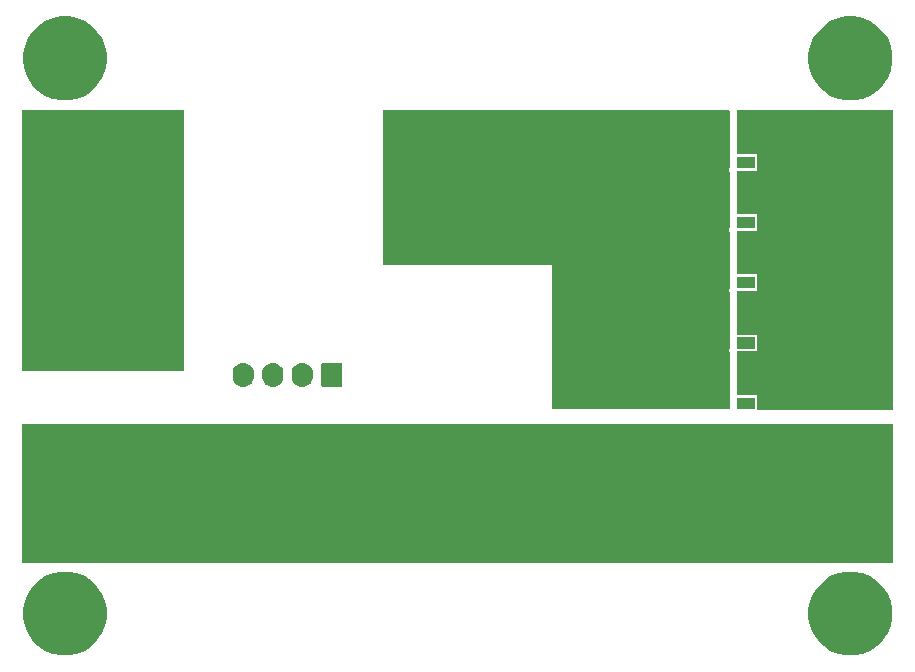
<source format=gbs>
G04 #@! TF.GenerationSoftware,KiCad,Pcbnew,(5.1.2)-1*
G04 #@! TF.CreationDate,2019-09-10T22:08:43+02:00*
G04 #@! TF.ProjectId,Anti-Spark,416e7469-2d53-4706-9172-6b2e6b696361,rev?*
G04 #@! TF.SameCoordinates,Original*
G04 #@! TF.FileFunction,Soldermask,Bot*
G04 #@! TF.FilePolarity,Negative*
%FSLAX46Y46*%
G04 Gerber Fmt 4.6, Leading zero omitted, Abs format (unit mm)*
G04 Created by KiCad (PCBNEW (5.1.2)-1) date 2019-09-10 22:08:43*
%MOMM*%
%LPD*%
G04 APERTURE LIST*
%ADD10C,0.100000*%
G04 APERTURE END LIST*
D10*
G36*
X86800000Y-58400000D02*
G01*
X73200000Y-58400000D01*
X73200000Y-36400000D01*
X86800000Y-36400000D01*
X86800000Y-58400000D01*
G37*
X86800000Y-58400000D02*
X73200000Y-58400000D01*
X73200000Y-36400000D01*
X86800000Y-36400000D01*
X86800000Y-58400000D01*
G36*
X146900000Y-74700000D02*
G01*
X73200000Y-74700000D01*
X73200000Y-63000000D01*
X146900000Y-63000000D01*
X146900000Y-74700000D01*
G37*
G36*
X146900000Y-61800000D02*
G01*
X135400000Y-61800000D01*
X135400000Y-60500000D01*
X133700000Y-60500000D01*
X133700000Y-56800000D01*
X135400000Y-56800000D01*
X135400000Y-55400000D01*
X133700000Y-55400000D01*
X133700000Y-51700000D01*
X135400000Y-51700000D01*
X135400000Y-50300000D01*
X133700000Y-50300000D01*
X133700000Y-46600000D01*
X135400000Y-46600000D01*
X135400000Y-45200000D01*
X133700000Y-45200000D01*
X133700000Y-41500000D01*
X135400000Y-41500000D01*
X135400000Y-40100000D01*
X133700000Y-40100000D01*
X133700000Y-36400000D01*
X146900000Y-36400000D01*
X146900000Y-61800000D01*
G37*
G36*
X133000000Y-61700000D02*
G01*
X118000000Y-61700000D01*
X118000000Y-49500000D01*
X103700000Y-49500000D01*
X103700000Y-36400000D01*
X133000000Y-36400000D01*
X133000000Y-61700000D01*
G37*
G36*
X144335787Y-75585462D02*
G01*
X144335790Y-75585463D01*
X144335789Y-75585463D01*
X144982029Y-75853144D01*
X145563631Y-76241758D01*
X146058242Y-76736369D01*
X146446856Y-77317971D01*
X146446856Y-77317972D01*
X146714538Y-77964213D01*
X146851000Y-78650256D01*
X146851000Y-79349744D01*
X146714538Y-80035787D01*
X146714537Y-80035789D01*
X146446856Y-80682029D01*
X146058242Y-81263631D01*
X145563631Y-81758242D01*
X144982029Y-82146856D01*
X144525068Y-82336135D01*
X144335787Y-82414538D01*
X143649744Y-82551000D01*
X142950256Y-82551000D01*
X142264213Y-82414538D01*
X142074932Y-82336135D01*
X141617971Y-82146856D01*
X141036369Y-81758242D01*
X140541758Y-81263631D01*
X140153144Y-80682029D01*
X139885463Y-80035789D01*
X139885462Y-80035787D01*
X139749000Y-79349744D01*
X139749000Y-78650256D01*
X139885462Y-77964213D01*
X140153144Y-77317972D01*
X140153144Y-77317971D01*
X140541758Y-76736369D01*
X141036369Y-76241758D01*
X141617971Y-75853144D01*
X142264211Y-75585463D01*
X142264210Y-75585463D01*
X142264213Y-75585462D01*
X142950256Y-75449000D01*
X143649744Y-75449000D01*
X144335787Y-75585462D01*
X144335787Y-75585462D01*
G37*
G36*
X77835787Y-75585462D02*
G01*
X77835790Y-75585463D01*
X77835789Y-75585463D01*
X78482029Y-75853144D01*
X79063631Y-76241758D01*
X79558242Y-76736369D01*
X79946856Y-77317971D01*
X79946856Y-77317972D01*
X80214538Y-77964213D01*
X80351000Y-78650256D01*
X80351000Y-79349744D01*
X80214538Y-80035787D01*
X80214537Y-80035789D01*
X79946856Y-80682029D01*
X79558242Y-81263631D01*
X79063631Y-81758242D01*
X78482029Y-82146856D01*
X78025068Y-82336135D01*
X77835787Y-82414538D01*
X77149744Y-82551000D01*
X76450256Y-82551000D01*
X75764213Y-82414538D01*
X75574932Y-82336135D01*
X75117971Y-82146856D01*
X74536369Y-81758242D01*
X74041758Y-81263631D01*
X73653144Y-80682029D01*
X73385463Y-80035789D01*
X73385462Y-80035787D01*
X73249000Y-79349744D01*
X73249000Y-78650256D01*
X73385462Y-77964213D01*
X73653144Y-77317972D01*
X73653144Y-77317971D01*
X74041758Y-76736369D01*
X74536369Y-76241758D01*
X75117971Y-75853144D01*
X75764211Y-75585463D01*
X75764210Y-75585463D01*
X75764213Y-75585462D01*
X76450256Y-75449000D01*
X77149744Y-75449000D01*
X77835787Y-75585462D01*
X77835787Y-75585462D01*
G37*
G36*
X133076000Y-61701000D02*
G01*
X128174000Y-61701000D01*
X128174000Y-60749000D01*
X129099001Y-60749000D01*
X129123387Y-60746598D01*
X129146836Y-60739485D01*
X129168447Y-60727934D01*
X129187389Y-60712389D01*
X129202934Y-60693447D01*
X129214485Y-60671836D01*
X129221598Y-60648387D01*
X129224000Y-60624001D01*
X129224000Y-60535999D01*
X129221598Y-60511613D01*
X129214485Y-60488164D01*
X129202934Y-60466553D01*
X129187389Y-60447611D01*
X129168447Y-60432066D01*
X129146836Y-60420515D01*
X129123387Y-60413402D01*
X129099001Y-60411000D01*
X128174000Y-60411000D01*
X128174000Y-59459000D01*
X129099001Y-59459000D01*
X129123387Y-59456598D01*
X129146836Y-59449485D01*
X129168447Y-59437934D01*
X129187389Y-59422389D01*
X129202934Y-59403447D01*
X129214485Y-59381836D01*
X129221598Y-59358387D01*
X129224000Y-59334001D01*
X129224000Y-59265999D01*
X129221598Y-59241613D01*
X129214485Y-59218164D01*
X129202934Y-59196553D01*
X129187389Y-59177611D01*
X129168447Y-59162066D01*
X129146836Y-59150515D01*
X129123387Y-59143402D01*
X129099001Y-59141000D01*
X128174000Y-59141000D01*
X128174000Y-58189000D01*
X129099001Y-58189000D01*
X129123387Y-58186598D01*
X129146836Y-58179485D01*
X129168447Y-58167934D01*
X129187389Y-58152389D01*
X129202934Y-58133447D01*
X129214485Y-58111836D01*
X129221598Y-58088387D01*
X129224000Y-58064001D01*
X129224000Y-57975999D01*
X129221598Y-57951613D01*
X129214485Y-57928164D01*
X129202934Y-57906553D01*
X129187389Y-57887611D01*
X129168447Y-57872066D01*
X129146836Y-57860515D01*
X129123387Y-57853402D01*
X129099001Y-57851000D01*
X128174000Y-57851000D01*
X128174000Y-56899000D01*
X133076000Y-56899000D01*
X133076000Y-61701000D01*
X133076000Y-61701000D01*
G37*
G36*
X135226000Y-61681000D02*
G01*
X133674000Y-61681000D01*
X133674000Y-60729000D01*
X135226000Y-60729000D01*
X135226000Y-61681000D01*
X135226000Y-61681000D01*
G37*
G36*
X135226000Y-60411000D02*
G01*
X133674000Y-60411000D01*
X133674000Y-59459000D01*
X135226000Y-59459000D01*
X135226000Y-60411000D01*
X135226000Y-60411000D01*
G37*
G36*
X92076627Y-57787037D02*
G01*
X92246466Y-57838557D01*
X92402991Y-57922222D01*
X92438729Y-57951552D01*
X92540186Y-58034814D01*
X92603395Y-58111836D01*
X92652778Y-58172009D01*
X92736443Y-58328534D01*
X92787963Y-58498374D01*
X92801000Y-58630743D01*
X92801000Y-58969258D01*
X92787963Y-59101627D01*
X92736443Y-59271466D01*
X92652778Y-59427991D01*
X92635138Y-59449485D01*
X92540186Y-59565186D01*
X92402989Y-59677779D01*
X92246467Y-59761442D01*
X92246465Y-59761443D01*
X92076626Y-59812963D01*
X91900000Y-59830359D01*
X91723373Y-59812963D01*
X91553534Y-59761443D01*
X91397009Y-59677778D01*
X91354750Y-59643097D01*
X91259814Y-59565186D01*
X91147221Y-59427989D01*
X91063558Y-59271467D01*
X91054502Y-59241613D01*
X91012037Y-59101626D01*
X90999000Y-58969257D01*
X90999000Y-58630742D01*
X91012037Y-58498373D01*
X91063557Y-58328534D01*
X91147222Y-58172009D01*
X91259815Y-58034815D01*
X91397010Y-57922222D01*
X91553535Y-57838557D01*
X91723374Y-57787037D01*
X91900000Y-57769641D01*
X92076627Y-57787037D01*
X92076627Y-57787037D01*
G37*
G36*
X94576627Y-57787037D02*
G01*
X94746466Y-57838557D01*
X94902991Y-57922222D01*
X94938729Y-57951552D01*
X95040186Y-58034814D01*
X95103395Y-58111836D01*
X95152778Y-58172009D01*
X95236443Y-58328534D01*
X95287963Y-58498374D01*
X95301000Y-58630743D01*
X95301000Y-58969258D01*
X95287963Y-59101627D01*
X95236443Y-59271466D01*
X95152778Y-59427991D01*
X95135138Y-59449485D01*
X95040186Y-59565186D01*
X94902989Y-59677779D01*
X94746467Y-59761442D01*
X94746465Y-59761443D01*
X94576626Y-59812963D01*
X94400000Y-59830359D01*
X94223373Y-59812963D01*
X94053534Y-59761443D01*
X93897009Y-59677778D01*
X93854750Y-59643097D01*
X93759814Y-59565186D01*
X93647221Y-59427989D01*
X93563558Y-59271467D01*
X93554502Y-59241613D01*
X93512037Y-59101626D01*
X93499000Y-58969257D01*
X93499000Y-58630742D01*
X93512037Y-58498373D01*
X93563557Y-58328534D01*
X93647222Y-58172009D01*
X93759815Y-58034815D01*
X93897010Y-57922222D01*
X94053535Y-57838557D01*
X94223374Y-57787037D01*
X94400000Y-57769641D01*
X94576627Y-57787037D01*
X94576627Y-57787037D01*
G37*
G36*
X97076627Y-57787037D02*
G01*
X97246466Y-57838557D01*
X97402991Y-57922222D01*
X97438729Y-57951552D01*
X97540186Y-58034814D01*
X97603395Y-58111836D01*
X97652778Y-58172009D01*
X97736443Y-58328534D01*
X97787963Y-58498374D01*
X97801000Y-58630743D01*
X97801000Y-58969258D01*
X97787963Y-59101627D01*
X97736443Y-59271466D01*
X97652778Y-59427991D01*
X97635138Y-59449485D01*
X97540186Y-59565186D01*
X97402989Y-59677779D01*
X97246467Y-59761442D01*
X97246465Y-59761443D01*
X97076626Y-59812963D01*
X96900000Y-59830359D01*
X96723373Y-59812963D01*
X96553534Y-59761443D01*
X96397009Y-59677778D01*
X96354750Y-59643097D01*
X96259814Y-59565186D01*
X96147221Y-59427989D01*
X96063558Y-59271467D01*
X96054502Y-59241613D01*
X96012037Y-59101626D01*
X95999000Y-58969257D01*
X95999000Y-58630742D01*
X96012037Y-58498373D01*
X96063557Y-58328534D01*
X96147222Y-58172009D01*
X96259815Y-58034815D01*
X96397010Y-57922222D01*
X96553535Y-57838557D01*
X96723374Y-57787037D01*
X96900000Y-57769641D01*
X97076627Y-57787037D01*
X97076627Y-57787037D01*
G37*
G36*
X100158600Y-57777989D02*
G01*
X100191652Y-57788015D01*
X100222103Y-57804292D01*
X100248799Y-57826201D01*
X100270708Y-57852897D01*
X100286985Y-57883348D01*
X100297011Y-57916400D01*
X100301000Y-57956903D01*
X100301000Y-59643097D01*
X100297011Y-59683600D01*
X100286985Y-59716652D01*
X100270708Y-59747103D01*
X100248799Y-59773799D01*
X100222103Y-59795708D01*
X100191652Y-59811985D01*
X100158600Y-59822011D01*
X100118097Y-59826000D01*
X98681903Y-59826000D01*
X98641400Y-59822011D01*
X98608348Y-59811985D01*
X98577897Y-59795708D01*
X98551201Y-59773799D01*
X98529292Y-59747103D01*
X98513015Y-59716652D01*
X98502989Y-59683600D01*
X98499000Y-59643097D01*
X98499000Y-57956903D01*
X98502989Y-57916400D01*
X98513015Y-57883348D01*
X98529292Y-57852897D01*
X98551201Y-57826201D01*
X98577897Y-57804292D01*
X98608348Y-57788015D01*
X98641400Y-57777989D01*
X98681903Y-57774000D01*
X100118097Y-57774000D01*
X100158600Y-57777989D01*
X100158600Y-57777989D01*
G37*
G36*
X135226000Y-59141000D02*
G01*
X133674000Y-59141000D01*
X133674000Y-58189000D01*
X135226000Y-58189000D01*
X135226000Y-59141000D01*
X135226000Y-59141000D01*
G37*
G36*
X135226000Y-57871000D02*
G01*
X133674000Y-57871000D01*
X133674000Y-56919000D01*
X135226000Y-56919000D01*
X135226000Y-57871000D01*
X135226000Y-57871000D01*
G37*
G36*
X133076000Y-56601000D02*
G01*
X128174000Y-56601000D01*
X128174000Y-55649000D01*
X129099001Y-55649000D01*
X129123387Y-55646598D01*
X129146836Y-55639485D01*
X129168447Y-55627934D01*
X129187389Y-55612389D01*
X129202934Y-55593447D01*
X129214485Y-55571836D01*
X129221598Y-55548387D01*
X129224000Y-55524001D01*
X129224000Y-55435999D01*
X129221598Y-55411613D01*
X129214485Y-55388164D01*
X129202934Y-55366553D01*
X129187389Y-55347611D01*
X129168447Y-55332066D01*
X129146836Y-55320515D01*
X129123387Y-55313402D01*
X129099001Y-55311000D01*
X128174000Y-55311000D01*
X128174000Y-54359000D01*
X129099001Y-54359000D01*
X129123387Y-54356598D01*
X129146836Y-54349485D01*
X129168447Y-54337934D01*
X129187389Y-54322389D01*
X129202934Y-54303447D01*
X129214485Y-54281836D01*
X129221598Y-54258387D01*
X129224000Y-54234001D01*
X129224000Y-54165999D01*
X129221598Y-54141613D01*
X129214485Y-54118164D01*
X129202934Y-54096553D01*
X129187389Y-54077611D01*
X129168447Y-54062066D01*
X129146836Y-54050515D01*
X129123387Y-54043402D01*
X129099001Y-54041000D01*
X128174000Y-54041000D01*
X128174000Y-53089000D01*
X129099001Y-53089000D01*
X129123387Y-53086598D01*
X129146836Y-53079485D01*
X129168447Y-53067934D01*
X129187389Y-53052389D01*
X129202934Y-53033447D01*
X129214485Y-53011836D01*
X129221598Y-52988387D01*
X129224000Y-52964001D01*
X129224000Y-52875999D01*
X129221598Y-52851613D01*
X129214485Y-52828164D01*
X129202934Y-52806553D01*
X129187389Y-52787611D01*
X129168447Y-52772066D01*
X129146836Y-52760515D01*
X129123387Y-52753402D01*
X129099001Y-52751000D01*
X128174000Y-52751000D01*
X128174000Y-51799000D01*
X133076000Y-51799000D01*
X133076000Y-56601000D01*
X133076000Y-56601000D01*
G37*
G36*
X135226000Y-56581000D02*
G01*
X133674000Y-56581000D01*
X133674000Y-55629000D01*
X135226000Y-55629000D01*
X135226000Y-56581000D01*
X135226000Y-56581000D01*
G37*
G36*
X135226000Y-55311000D02*
G01*
X133674000Y-55311000D01*
X133674000Y-54359000D01*
X135226000Y-54359000D01*
X135226000Y-55311000D01*
X135226000Y-55311000D01*
G37*
G36*
X135226000Y-54041000D02*
G01*
X133674000Y-54041000D01*
X133674000Y-53089000D01*
X135226000Y-53089000D01*
X135226000Y-54041000D01*
X135226000Y-54041000D01*
G37*
G36*
X135226000Y-52771000D02*
G01*
X133674000Y-52771000D01*
X133674000Y-51819000D01*
X135226000Y-51819000D01*
X135226000Y-52771000D01*
X135226000Y-52771000D01*
G37*
G36*
X133076000Y-51501000D02*
G01*
X128174000Y-51501000D01*
X128174000Y-50549000D01*
X129099001Y-50549000D01*
X129123387Y-50546598D01*
X129146836Y-50539485D01*
X129168447Y-50527934D01*
X129187389Y-50512389D01*
X129202934Y-50493447D01*
X129214485Y-50471836D01*
X129221598Y-50448387D01*
X129224000Y-50424001D01*
X129224000Y-50335999D01*
X129221598Y-50311613D01*
X129214485Y-50288164D01*
X129202934Y-50266553D01*
X129187389Y-50247611D01*
X129168447Y-50232066D01*
X129146836Y-50220515D01*
X129123387Y-50213402D01*
X129099001Y-50211000D01*
X128174000Y-50211000D01*
X128174000Y-49259000D01*
X129099001Y-49259000D01*
X129123387Y-49256598D01*
X129146836Y-49249485D01*
X129168447Y-49237934D01*
X129187389Y-49222389D01*
X129202934Y-49203447D01*
X129214485Y-49181836D01*
X129221598Y-49158387D01*
X129224000Y-49134001D01*
X129224000Y-49065999D01*
X129221598Y-49041613D01*
X129214485Y-49018164D01*
X129202934Y-48996553D01*
X129187389Y-48977611D01*
X129168447Y-48962066D01*
X129146836Y-48950515D01*
X129123387Y-48943402D01*
X129099001Y-48941000D01*
X128174000Y-48941000D01*
X128174000Y-47989000D01*
X129099001Y-47989000D01*
X129123387Y-47986598D01*
X129146836Y-47979485D01*
X129168447Y-47967934D01*
X129187389Y-47952389D01*
X129202934Y-47933447D01*
X129214485Y-47911836D01*
X129221598Y-47888387D01*
X129224000Y-47864001D01*
X129224000Y-47775999D01*
X129221598Y-47751613D01*
X129214485Y-47728164D01*
X129202934Y-47706553D01*
X129187389Y-47687611D01*
X129168447Y-47672066D01*
X129146836Y-47660515D01*
X129123387Y-47653402D01*
X129099001Y-47651000D01*
X128174000Y-47651000D01*
X128174000Y-46699000D01*
X133076000Y-46699000D01*
X133076000Y-51501000D01*
X133076000Y-51501000D01*
G37*
G36*
X135226000Y-51481000D02*
G01*
X133674000Y-51481000D01*
X133674000Y-50529000D01*
X135226000Y-50529000D01*
X135226000Y-51481000D01*
X135226000Y-51481000D01*
G37*
G36*
X135226000Y-50211000D02*
G01*
X133674000Y-50211000D01*
X133674000Y-49259000D01*
X135226000Y-49259000D01*
X135226000Y-50211000D01*
X135226000Y-50211000D01*
G37*
G36*
X116831000Y-49517000D02*
G01*
X103729000Y-49517000D01*
X103729000Y-36415000D01*
X116831000Y-36415000D01*
X116831000Y-49517000D01*
X116831000Y-49517000D01*
G37*
G36*
X86831000Y-49517000D02*
G01*
X73729000Y-49517000D01*
X73729000Y-36415000D01*
X86831000Y-36415000D01*
X86831000Y-49517000D01*
X86831000Y-49517000D01*
G37*
G36*
X135226000Y-48941000D02*
G01*
X133674000Y-48941000D01*
X133674000Y-47989000D01*
X135226000Y-47989000D01*
X135226000Y-48941000D01*
X135226000Y-48941000D01*
G37*
G36*
X135226000Y-47671000D02*
G01*
X133674000Y-47671000D01*
X133674000Y-46719000D01*
X135226000Y-46719000D01*
X135226000Y-47671000D01*
X135226000Y-47671000D01*
G37*
G36*
X133076000Y-46401000D02*
G01*
X128174000Y-46401000D01*
X128174000Y-45449000D01*
X129099001Y-45449000D01*
X129123387Y-45446598D01*
X129146836Y-45439485D01*
X129168447Y-45427934D01*
X129187389Y-45412389D01*
X129202934Y-45393447D01*
X129214485Y-45371836D01*
X129221598Y-45348387D01*
X129224000Y-45324001D01*
X129224000Y-45235999D01*
X129221598Y-45211613D01*
X129214485Y-45188164D01*
X129202934Y-45166553D01*
X129187389Y-45147611D01*
X129168447Y-45132066D01*
X129146836Y-45120515D01*
X129123387Y-45113402D01*
X129099001Y-45111000D01*
X128174000Y-45111000D01*
X128174000Y-44159000D01*
X129099001Y-44159000D01*
X129123387Y-44156598D01*
X129146836Y-44149485D01*
X129168447Y-44137934D01*
X129187389Y-44122389D01*
X129202934Y-44103447D01*
X129214485Y-44081836D01*
X129221598Y-44058387D01*
X129224000Y-44034001D01*
X129224000Y-43965999D01*
X129221598Y-43941613D01*
X129214485Y-43918164D01*
X129202934Y-43896553D01*
X129187389Y-43877611D01*
X129168447Y-43862066D01*
X129146836Y-43850515D01*
X129123387Y-43843402D01*
X129099001Y-43841000D01*
X128174000Y-43841000D01*
X128174000Y-42889000D01*
X129099001Y-42889000D01*
X129123387Y-42886598D01*
X129146836Y-42879485D01*
X129168447Y-42867934D01*
X129187389Y-42852389D01*
X129202934Y-42833447D01*
X129214485Y-42811836D01*
X129221598Y-42788387D01*
X129224000Y-42764001D01*
X129224000Y-42675999D01*
X129221598Y-42651613D01*
X129214485Y-42628164D01*
X129202934Y-42606553D01*
X129187389Y-42587611D01*
X129168447Y-42572066D01*
X129146836Y-42560515D01*
X129123387Y-42553402D01*
X129099001Y-42551000D01*
X128174000Y-42551000D01*
X128174000Y-41599000D01*
X133076000Y-41599000D01*
X133076000Y-46401000D01*
X133076000Y-46401000D01*
G37*
G36*
X135226000Y-46381000D02*
G01*
X133674000Y-46381000D01*
X133674000Y-45429000D01*
X135226000Y-45429000D01*
X135226000Y-46381000D01*
X135226000Y-46381000D01*
G37*
G36*
X135226000Y-45111000D02*
G01*
X133674000Y-45111000D01*
X133674000Y-44159000D01*
X135226000Y-44159000D01*
X135226000Y-45111000D01*
X135226000Y-45111000D01*
G37*
G36*
X135226000Y-43841000D02*
G01*
X133674000Y-43841000D01*
X133674000Y-42889000D01*
X135226000Y-42889000D01*
X135226000Y-43841000D01*
X135226000Y-43841000D01*
G37*
G36*
X135226000Y-42571000D02*
G01*
X133674000Y-42571000D01*
X133674000Y-41619000D01*
X135226000Y-41619000D01*
X135226000Y-42571000D01*
X135226000Y-42571000D01*
G37*
G36*
X133076000Y-41301000D02*
G01*
X128174000Y-41301000D01*
X128174000Y-40349000D01*
X129099001Y-40349000D01*
X129123387Y-40346598D01*
X129146836Y-40339485D01*
X129168447Y-40327934D01*
X129187389Y-40312389D01*
X129202934Y-40293447D01*
X129214485Y-40271836D01*
X129221598Y-40248387D01*
X129224000Y-40224001D01*
X129224000Y-40135999D01*
X129221598Y-40111613D01*
X129214485Y-40088164D01*
X129202934Y-40066553D01*
X129187389Y-40047611D01*
X129168447Y-40032066D01*
X129146836Y-40020515D01*
X129123387Y-40013402D01*
X129099001Y-40011000D01*
X128174000Y-40011000D01*
X128174000Y-39059000D01*
X129099001Y-39059000D01*
X129123387Y-39056598D01*
X129146836Y-39049485D01*
X129168447Y-39037934D01*
X129187389Y-39022389D01*
X129202934Y-39003447D01*
X129214485Y-38981836D01*
X129221598Y-38958387D01*
X129224000Y-38934001D01*
X129224000Y-38865999D01*
X129221598Y-38841613D01*
X129214485Y-38818164D01*
X129202934Y-38796553D01*
X129187389Y-38777611D01*
X129168447Y-38762066D01*
X129146836Y-38750515D01*
X129123387Y-38743402D01*
X129099001Y-38741000D01*
X128174000Y-38741000D01*
X128174000Y-37789000D01*
X129099001Y-37789000D01*
X129123387Y-37786598D01*
X129146836Y-37779485D01*
X129168447Y-37767934D01*
X129187389Y-37752389D01*
X129202934Y-37733447D01*
X129214485Y-37711836D01*
X129221598Y-37688387D01*
X129224000Y-37664001D01*
X129224000Y-37575999D01*
X129221598Y-37551613D01*
X129214485Y-37528164D01*
X129202934Y-37506553D01*
X129187389Y-37487611D01*
X129168447Y-37472066D01*
X129146836Y-37460515D01*
X129123387Y-37453402D01*
X129099001Y-37451000D01*
X128174000Y-37451000D01*
X128174000Y-36499000D01*
X133076000Y-36499000D01*
X133076000Y-41301000D01*
X133076000Y-41301000D01*
G37*
G36*
X135226000Y-41281000D02*
G01*
X133674000Y-41281000D01*
X133674000Y-40329000D01*
X135226000Y-40329000D01*
X135226000Y-41281000D01*
X135226000Y-41281000D01*
G37*
G36*
X135226000Y-40011000D02*
G01*
X133674000Y-40011000D01*
X133674000Y-39059000D01*
X135226000Y-39059000D01*
X135226000Y-40011000D01*
X135226000Y-40011000D01*
G37*
G36*
X135226000Y-38741000D02*
G01*
X133674000Y-38741000D01*
X133674000Y-37789000D01*
X135226000Y-37789000D01*
X135226000Y-38741000D01*
X135226000Y-38741000D01*
G37*
G36*
X135226000Y-37471000D02*
G01*
X133674000Y-37471000D01*
X133674000Y-36519000D01*
X135226000Y-36519000D01*
X135226000Y-37471000D01*
X135226000Y-37471000D01*
G37*
G36*
X144335787Y-28585462D02*
G01*
X144335790Y-28585463D01*
X144335789Y-28585463D01*
X144982029Y-28853144D01*
X145563631Y-29241758D01*
X146058242Y-29736369D01*
X146446856Y-30317971D01*
X146446856Y-30317972D01*
X146714538Y-30964213D01*
X146851000Y-31650256D01*
X146851000Y-32349744D01*
X146714538Y-33035787D01*
X146714537Y-33035789D01*
X146446856Y-33682029D01*
X146058242Y-34263631D01*
X145563631Y-34758242D01*
X144982029Y-35146856D01*
X144525068Y-35336135D01*
X144335787Y-35414538D01*
X143649744Y-35551000D01*
X142950256Y-35551000D01*
X142264213Y-35414538D01*
X142074932Y-35336135D01*
X141617971Y-35146856D01*
X141036369Y-34758242D01*
X140541758Y-34263631D01*
X140153144Y-33682029D01*
X139885463Y-33035789D01*
X139885462Y-33035787D01*
X139749000Y-32349744D01*
X139749000Y-31650256D01*
X139885462Y-30964213D01*
X140153144Y-30317972D01*
X140153144Y-30317971D01*
X140541758Y-29736369D01*
X141036369Y-29241758D01*
X141617971Y-28853144D01*
X142264211Y-28585463D01*
X142264210Y-28585463D01*
X142264213Y-28585462D01*
X142950256Y-28449000D01*
X143649744Y-28449000D01*
X144335787Y-28585462D01*
X144335787Y-28585462D01*
G37*
G36*
X77835787Y-28585462D02*
G01*
X77835790Y-28585463D01*
X77835789Y-28585463D01*
X78482029Y-28853144D01*
X79063631Y-29241758D01*
X79558242Y-29736369D01*
X79946856Y-30317971D01*
X79946856Y-30317972D01*
X80214538Y-30964213D01*
X80351000Y-31650256D01*
X80351000Y-32349744D01*
X80214538Y-33035787D01*
X80214537Y-33035789D01*
X79946856Y-33682029D01*
X79558242Y-34263631D01*
X79063631Y-34758242D01*
X78482029Y-35146856D01*
X78025068Y-35336135D01*
X77835787Y-35414538D01*
X77149744Y-35551000D01*
X76450256Y-35551000D01*
X75764213Y-35414538D01*
X75574932Y-35336135D01*
X75117971Y-35146856D01*
X74536369Y-34758242D01*
X74041758Y-34263631D01*
X73653144Y-33682029D01*
X73385463Y-33035789D01*
X73385462Y-33035787D01*
X73249000Y-32349744D01*
X73249000Y-31650256D01*
X73385462Y-30964213D01*
X73653144Y-30317972D01*
X73653144Y-30317971D01*
X74041758Y-29736369D01*
X74536369Y-29241758D01*
X75117971Y-28853144D01*
X75764211Y-28585463D01*
X75764210Y-28585463D01*
X75764213Y-28585462D01*
X76450256Y-28449000D01*
X77149744Y-28449000D01*
X77835787Y-28585462D01*
X77835787Y-28585462D01*
G37*
M02*

</source>
